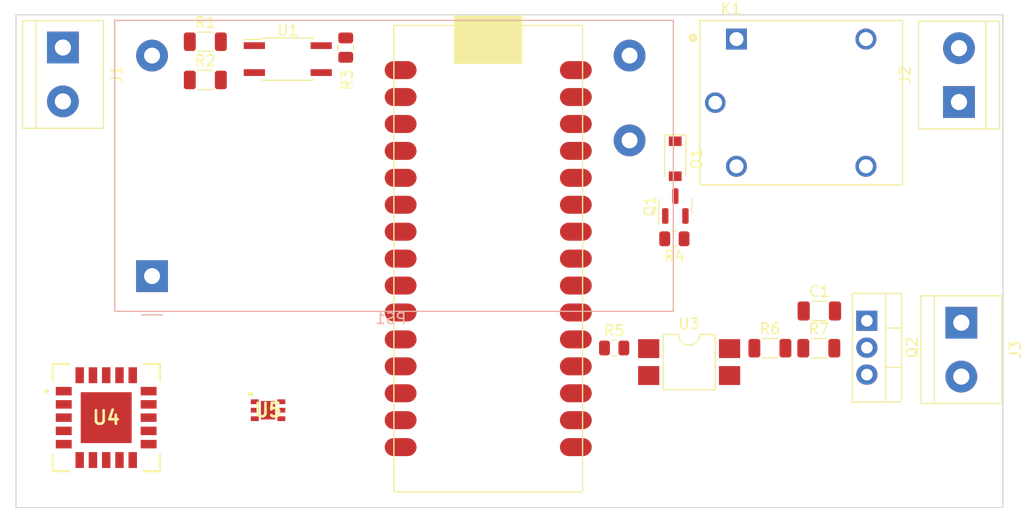
<source format=kicad_pcb>
(kicad_pcb (version 20211014) (generator pcbnew)
  (layers (0 "F.Cu" signal) (31 "B.Cu" signal) (34 "B.Paste" user) (35 "F.Paste" user) (36 "B.SilkS" user "B.Silkscreen") (37 "F.SilkS" user "F.Silkscreen") (38 "B.Mask" user) (39 "F.Mask" user) (44 "Edge.Cuts" user))
  (net 0 "")
  (net 1 "+5V")
  (net 2 "Net-(D1-Pad2)")
  (net 3 "NEUT")
  (net 4 "LINE")
  (net 5 "Net-(J2-Pad1)")
  (net 7 "GND")
  (net 8 "Net-(F1-Pad2)")
  (net 9 "Net-(Q1-Pad1)")
  (net 10 "Net-(R1-Pad2)")
  (net 11 "Net-(R2-Pad2)")
  (net 12 "/ZeroDetector")
  (net 13 "+3V3")
  (net 14 "/ControlSignal1")
  (net 23 "/SCL")
  (net 26 "/SDA")
  (net 38 "/RST")
  (net 41 "/ControlSignal2")
  (net 42 "Net-(C1-Pad1)")
  (net 43 "Net-(J3-Pad2)")
  (net 44 "Net-(Q2-Pad3)")
  (net 45 "Net-(R5-Pad2)")
  (net 46 "Net-(R6-Pad1)")
  (net 48 "Net-(U4-Pad20)")
  (footprint "Package_TO_SOT_THT:TO-220-3_Vertical" (layer "F.Cu") (at 147.68 78.36 -90)
    (fp_text reference "Q2" (at 2.54 -4.27 90) (layer "F.SilkS"))
    (fp_text value "BTA12-600B")
    (fp_line (start -2.58 -1.76) (end 7.66 -1.76) (layer "F.SilkS") (width 0.12))
    (fp_line (start 0.69 -3.27) (end 0.69 -1.76) (layer "F.SilkS") (width 0.12))
    (fp_line (start -2.58 -3.27) (end 7.66 -3.27) (layer "F.SilkS") (width 0.12))
    (fp_line (start -2.58 -3.27) (end -2.58 1.371) (layer "F.SilkS") (width 0.12))
    (fp_line (start 7.66 -3.27) (end 7.66 1.371) (layer "F.SilkS") (width 0.12))
    (fp_line (start 4.391 -3.27) (end 4.391 -1.76) (layer "F.SilkS") (width 0.12))
    (fp_line (start -2.58 1.371) (end 7.66 1.371) (layer "F.SilkS") (width 0.12))
    (pad "1" thru_hole rect locked (at 0 0 270) (size 1.905 2) (drill 1.1) (layers *.Cu *.Mask) (net 3 "NEUT"))
    (pad "2" thru_hole oval locked (at 2.54 0 270) (size 1.905 2) (drill 1.1) (layers *.Cu *.Mask) (net 43 "Net-(J3-Pad2)"))
    (pad "3" thru_hole oval locked (at 5.08 0 270) (size 1.905 2) (drill 1.1) (layers *.Cu *.Mask) (net 44 "Net-(Q2-Pad3)"))
  )
  (footprint "TerminalBlock:TerminalBlock_bornier-2_P5.08mm" (layer "F.Cu") (at 156.36 57.73 90)
    (fp_text reference "J2" (at 2.54 -5.08 90) (layer "F.SilkS"))
    (fp_text value "AC_OUT")
    (fp_line (start 7.62 2.54) (end -2.54 2.54) (layer "F.SilkS") (width 0.12))
    (fp_line (start 7.62 3.81) (end 7.62 -3.81) (layer "F.SilkS") (width 0.12))
    (fp_line (start -2.54 -3.81) (end -2.54 3.81) (layer "F.SilkS") (width 0.12))
    (fp_line (start -2.54 3.81) (end 7.62 3.81) (layer "F.SilkS") (width 0.12))
    (fp_line (start 7.62 -3.81) (end -2.54 -3.81) (layer "F.SilkS") (width 0.12))
    (pad "1" thru_hole rect locked (at 0 0 90) (size 3 3) (drill 1.52) (layers *.Cu *.Mask) (net 5 "Net-(J2-Pad1)"))
    (pad "2" thru_hole circle locked (at 5.08 0 90) (size 3 3) (drill 1.52) (layers *.Cu *.Mask) (net 3 "NEUT"))
  )
  (footprint "Resistor_SMD:R_1206_3216Metric" (layer "F.Cu") (at 85.34 52.04)
    (fp_text reference "R1" (at 0 -1.82) (layer "F.SilkS"))
    (fp_text value "15K")
    (fp_line (start -0.727064 0.91) (end 0.727064 0.91) (layer "F.SilkS") (width 0.12))
    (fp_line (start -0.727064 -0.91) (end 0.727064 -0.91) (layer "F.SilkS") (width 0.12))
    (pad "1" smd roundrect locked (at -1.4625 0) (size 1.125 1.75) (layers "F.Cu" "F.Paste" "F.Mask") (roundrect_rratio 0.222222) (net 4 "LINE"))
    (pad "2" smd roundrect locked (at 1.4625 0) (size 1.125 1.75) (layers "F.Cu" "F.Paste" "F.Mask") (roundrect_rratio 0.222222) (net 10 "Net-(R1-Pad2)"))
  )
  (footprint "Diode_SMD:D_SOD-123" (layer "F.Cu") (at 129.62 63.08 -90)
    (fp_text reference "D1" (at 0 -2 90) (layer "F.SilkS"))
    (fp_text value "MBR120")
    (fp_line (start -2.25 1) (end 1.65 1) (layer "F.SilkS") (width 0.12))
    (fp_line (start -2.25 -1) (end -2.25 1) (layer "F.SilkS") (width 0.12))
    (fp_line (start -2.25 -1) (end 1.65 -1) (layer "F.SilkS") (width 0.12))
    (pad "1" smd rect locked (at -1.65 0 270) (size 0.9 1.2) (layers "F.Cu" "F.Paste" "F.Mask") (net 1 "+5V"))
    (pad "2" smd rect locked (at 1.65 0 270) (size 0.9 1.2) (layers "F.Cu" "F.Paste" "F.Mask") (net 2 "Net-(D1-Pad2)"))
  )
  (footprint "hack-it-back:RELAY_SRD-05VDC-SL-C" (layer "F.Cu") (at 141.4925 57.79)
    (fp_text reference "K1" (at -6.62563 -8.83584) (layer "F.SilkS") (effects (font (size 1.000094 1.000094))))
    (fp_text value "SRD-05VDC-SL-C")
    (fp_line (start -9.55 7.75) (end -9.55 -7.75) (layer "F.SilkS") (width 0.127))
    (fp_line (start -9.55 -7.75) (end 9.55 -7.75) (layer "F.SilkS") (width 0.127))
    (fp_line (start 9.55 7.75) (end -9.55 7.75) (layer "F.SilkS") (width 0.127))
    (fp_line (start 9.55 -7.75) (end 9.55 7.75) (layer "F.SilkS") (width 0.127))
    (fp_circle (center -10.2 -6.119) (end -10.1 -6.119) (layer "F.SilkS") (width 0.3) (fill none))
    (pad "A1" thru_hole rect locked (at -6.1 -6) (size 1.98 1.98) (drill 1.32) (layers *.Cu *.Mask) (net 1 "+5V"))
    (pad "A2" thru_hole circle locked (at -6.1 6) (size 1.98 1.98) (drill 1.32) (layers *.Cu *.Mask) (net 2 "Net-(D1-Pad2)"))
    (pad "COM" thru_hole circle locked (at -8.1 0) (size 1.935 1.935) (drill 1.29) (layers *.Cu *.Mask) (net 5 "Net-(J2-Pad1)"))
    (pad "NC" thru_hole circle locked (at 6.1 -6) (size 1.98 1.98) (drill 1.32) (layers *.Cu *.Mask))
    (pad "NO" thru_hole circle locked (at 6.1 6) (size 1.98 1.98) (drill 1.32) (layers *.Cu *.Mask) (net 4 "LINE"))
  )
  (footprint "Resistor_SMD:R_1206_3216Metric" (layer "F.Cu") (at 143.15 80.95)
    (fp_text reference "R7" (at 0 -1.82) (layer "F.SilkS"))
    (fp_text value "2.4K")
    (fp_line (start -0.727064 -0.91) (end 0.727064 -0.91) (layer "F.SilkS") (width 0.12))
    (fp_line (start -0.727064 0.91) (end 0.727064 0.91) (layer "F.SilkS") (width 0.12))
    (pad "1" smd roundrect locked (at -1.4625 0) (size 1.125 1.75) (layers "F.Cu" "F.Paste" "F.Mask") (roundrect_rratio 0.222222) (net 42 "Net-(C1-Pad1)"))
    (pad "2" smd roundrect locked (at 1.4625 0) (size 1.125 1.75) (layers "F.Cu" "F.Paste" "F.Mask") (roundrect_rratio 0.222222) (net 43 "Net-(J3-Pad2)"))
  )
  (footprint "TerminalBlock:TerminalBlock_bornier-2_P5.08mm" (layer "F.Cu") (at 156.58 78.55 -90)
    (fp_text reference "J3" (at 2.54 -5.08 90) (layer "F.SilkS"))
    (fp_text value "AC_OUT")
    (fp_line (start 7.62 -3.81) (end -2.54 -3.81) (layer "F.SilkS") (width 0.12))
    (fp_line (start -2.54 -3.81) (end -2.54 3.81) (layer "F.SilkS") (width 0.12))
    (fp_line (start 7.62 3.81) (end 7.62 -3.81) (layer "F.SilkS") (width 0.12))
    (fp_line (start 7.62 2.54) (end -2.54 2.54) (layer "F.SilkS") (width 0.12))
    (fp_line (start -2.54 3.81) (end 7.62 3.81) (layer "F.SilkS") (width 0.12))
    (pad "1" thru_hole rect locked (at 0 0 270) (size 3 3) (drill 1.52) (layers *.Cu *.Mask) (net 4 "LINE"))
    (pad "2" thru_hole circle locked (at 5.08 0 270) (size 3 3) (drill 1.52) (layers *.Cu *.Mask) (net 43 "Net-(J3-Pad2)"))
  )
  (footprint "hack-it-back:SCD40DR2" (layer "F.Cu") (at 76 87.5)
    (fp_text reference "U4" (at 0 0) (layer "F.SilkS") (effects (font (size 1.27 1.27) (thickness 0.254))))
    (fp_text value "SCD40-D-R2" hide)
    (fp_line (start 5.05 -5.05) (end 5.05 -3.5) (layer "F.SilkS") (width 0.2))
    (fp_line (start 3.5 -5.05) (end 5.05 -5.05) (layer "F.SilkS") (width 0.2))
    (fp_line (start -5.05 5.05) (end -5.05 3.5) (layer "F.SilkS") (width 0.2))
    (fp_line (start 5.05 5.05) (end 5.05 3.5) (layer "F.SilkS") (width 0.2))
    (fp_line (start 3.5 5.05) (end 5.05 5.05) (layer "F.SilkS") (width 0.2))
    (fp_line (start -3.5 -5.05) (end -5.05 -5.05) (layer "F.SilkS") (width 0.2))
    (fp_line (start -5.6 -2.6) (end -5.6 -2.6) (layer "F.SilkS") (width 0.2))
    (fp_line (start -5.6 -2.4) (end -5.6 -2.4) (layer "F.SilkS") (width 0.2))
    (fp_line (start -3.5 5.05) (end -5.05 5.05) (layer "F.SilkS") (width 0.2))
    (fp_line (start -5.05 -5.05) (end -5.05 -3.5) (layer "F.SilkS") (width 0.2))
    (fp_arc (start -5.6 -2.6) (mid -5.5 -2.5) (end -5.6 -2.4) (layer "F.SilkS") (width 0.2))
    (fp_arc (start -5.6 -2.4) (mid -5.7 -2.5) (end -5.6 -2.6) (layer "F.SilkS") (width 0.2))
    (pad "1" smd rect locked (at -4 -2.5 90) (size 0.8 1.5) (layers "F.Cu" "F.Paste" "F.Mask"))
    (pad "2" smd rect locked (at -4 -1.25 90) (size 0.8 1.5) (layers "F.Cu" "F.Paste" "F.Mask"))
    (pad "3" smd rect locked (at -4 0 90) (size 0.8 1.5) (layers "F.Cu" "F.Paste" "F.Mask"))
    (pad "4" smd rect locked (at -4 1.25 90) (size 0.8 1.5) (layers "F.Cu" "F.Paste" "F.Mask"))
    (pad "5" smd rect locked (at -4 2.5 90) (size 0.8 1.5) (layers "F.Cu" "F.Paste" "F.Mask"))
    (pad "6" smd rect locked (at -2.5 4) (size 0.8 1.5) (layers "F.Cu" "F.Paste" "F.Mask") (net 48 "Net-(U4-Pad20)"))
    (pad "7" smd rect locked (at -1.25 4) (size 0.8 1.5) (layers "F.Cu" "F.Paste" "F.Mask"))
    (pad "8" smd rect locked (at 0 4) (size 0.8 1.5) (layers "F.Cu" "F.Paste" "F.Mask"))
    (pad "9" smd rect locked (at 1.25 4) (size 0.8 1.5) (layers "F.Cu" "F.Paste" "F.Mask"))
    (pad "10" smd rect locked (at 2.5 4) (size 0.8 1.5) (layers "F.Cu" "F.Paste" "F.Mask"))
    (pad "11" smd rect locked (at 4 2.5 90) (size 0.8 1.5) (layers "F.Cu" "F.Paste" "F.Mask"))
    (pad "12" smd rect locked (at 4 1.25 90) (size 0.8 1.5) (layers "F.Cu" "F.Paste" "F.Mask"))
    (pad "13" smd rect locked (at 4 0 90) (size 0.8 1.5) (layers "F.Cu" "F.Paste" "F.Mask"))
    (pad "14" smd rect locked (at 4 -1.25 90) (size 0.8 1.5) (layers "F.Cu" "F.Paste" "F.Mask"))
    (pad "15" smd rect locked (at 4 -2.5 90) (size 0.8 1.5) (layers "F.Cu" "F.Paste" "F.Mask"))
    (pad "16" smd rect locked (at 2.5 -4) (size 0.8 1.5) (layers "F.Cu" "F.Paste" "F.Mask"))
    (pad "17" smd rect locked (at 1.25 -4) (size 0.8 1.5) (layers "F.Cu" "F.Paste" "F.Mask"))
    (pad "18" smd rect locked (at 0 -4) (size 0.8 1.5) (layers "F.Cu" "F.Paste" "F.Mask"))
    (pad "19" smd rect locked (at -1.25 -4) (size 0.8 1.5) (layers "F.Cu" "F.Paste" "F.Mask"))
    (pad "20" smd rect locked (at -2.5 -4) (size 0.8 1.5) (layers "F.Cu" "F.Paste" "F.Mask") (net 48 "Net-(U4-Pad20)"))
    (pad "21" smd rect locked (at 0 0) (size 4.8 4.8) (layers "F.Cu" "F.Paste" "F.Mask") (net 48 "Net-(U4-Pad20)"))
  )
  (footprint "hack-it-back:SON80P244X244X95-7N" (layer "F.Cu") (at 91.25 86.8)
    (fp_text reference "U5" (at 0 0) (layer "F.SilkS") (effects (font (size 1.27 1.27) (thickness 0.254))))
    (fp_text value "SGP40-D-R4" hide)
    (fp_circle (center -1.625 -1.525) (end -1.625 -1.4) (layer "F.SilkS") (width 0.25) (fill none))
    (pad "1" smd rect locked (at -1.25 -0.8 90) (size 0.45 0.75) (layers "F.Cu" "F.Paste" "F.Mask"))
    (pad "2" smd rect locked (at -1.25 0 90) (size 0.45 0.75) (layers "F.Cu" "F.Paste" "F.Mask"))
    (pad "3" smd rect locked (at -1.25 0.8 90) (size 0.45 0.75) (layers "F.Cu" "F.Paste" "F.Mask"))
    (pad "4" smd rect locked (at 1.25 0.8 90) (size 0.45 0.75) (layers "F.Cu" "F.Paste" "F.Mask"))
    (pad "5" smd rect locked (at 1.25 0 90) (size 0.45 0.75) (layers "F.Cu" "F.Paste" "F.Mask"))
    (pad "6" smd rect locked (at 1.25 -0.8 90) (size 0.45 0.75) (layers "F.Cu" "F.Paste" "F.Mask"))
    (pad "7" smd rect locked (at 0 0) (size 1.35 1.74) (layers "F.Cu" "F.Paste" "F.Mask"))
  )
  (footprint "TerminalBlock:TerminalBlock_bornier-2_P5.08mm" (layer "F.Cu") (at 71.92 52.59 -90)
    (fp_text reference "J1" (at 2.54 -5.08 90) (layer "F.SilkS"))
    (fp_text value "AC_IN")
    (fp_line (start -2.54 -3.81) (end -2.54 3.81) (layer "F.SilkS") (width 0.12))
    (fp_line (start 7.62 3.81) (end 7.62 -3.81) (layer "F.SilkS") (width 0.12))
    (fp_line (start -2.54 3.81) (end 7.62 3.81) (layer "F.SilkS") (width 0.12))
    (fp_line (start 7.62 2.54) (end -2.54 2.54) (layer "F.SilkS") (width 0.12))
    (fp_line (start 7.62 -3.81) (end -2.54 -3.81) (layer "F.SilkS") (width 0.12))
    (pad "1" thru_hole rect locked (at 0 0 270) (size 3 3) (drill 1.52) (layers *.Cu *.Mask) (net 3 "NEUT"))
    (pad "2" thru_hole circle locked (at 5.08 0 270) (size 3 3) (drill 1.52) (layers *.Cu *.Mask) (net 4 "LINE"))
  )
  (footprint "Resistor_SMD:R_1206_3216Metric" (layer "F.Cu") (at 85.34 55.65)
    (fp_text reference "R2" (at 0 -1.82) (layer "F.SilkS"))
    (fp_text value "15K")
    (fp_line (start -0.727064 0.91) (end 0.727064 0.91) (layer "F.SilkS") (width 0.12))
    (fp_line (start -0.727064 -0.91) (end 0.727064 -0.91) (layer "F.SilkS") (width 0.12))
    (pad "1" smd roundrect locked (at -1.4625 0) (size 1.125 1.75) (layers "F.Cu" "F.Paste" "F.Mask") (roundrect_rratio 0.222222) (net 3 "NEUT"))
    (pad "2" smd roundrect locked (at 1.4625 0) (size 1.125 1.75) (layers "F.Cu" "F.Paste" "F.Mask") (roundrect_rratio 0.222222) (net 11 "Net-(R2-Pad2)"))
  )
  (footprint "Resistor_SMD:R_0805_2012Metric" (layer "F.Cu") (at 98.57 52.5975 90)
    (fp_text reference "R3" (at -3.0325 0.14 90) (layer "F.SilkS"))
    (fp_text value "10K")
    (fp_line (start -0.227064 -0.735) (end 0.227064 -0.735) (layer "F.SilkS") (width 0.12))
    (fp_line (start -0.227064 0.735) (end 0.227064 0.735) (layer "F.SilkS") (width 0.12))
    (pad "1" smd roundrect locked (at -0.9125 0 90) (size 1.025 1.4) (layers "F.Cu" "F.Paste" "F.Mask") (roundrect_rratio 0.243902) (net 12 "/ZeroDetector"))
    (pad "2" smd roundrect locked (at 0.9125 0 90) (size 1.025 1.4) (layers "F.Cu" "F.Paste" "F.Mask") (roundrect_rratio 0.243902) (net 13 "+3V3"))
  )
  (footprint "Package_SO:SO-4_4.4x3.6mm_P2.54mm" (layer "F.Cu") (at 93.11 53.68)
    (fp_text reference "U1" (at 0 -2.7) (layer "F.SilkS"))
    (fp_text value "LTV-354T")
    (fp_line (start 2.4 -2) (end 2.4 -1.85) (layer "F.SilkS") (width 0.12))
    (fp_line (start 2.4 2) (end -2.4 2) (layer "F.SilkS") (width 0.12))
    (fp_line (start -2.4 2) (end -2.4 1.85) (layer "F.SilkS") (width 0.12))
    (fp_line (start -2.4 -1.85) (end -2.4 -2) (layer "F.SilkS") (width 0.12))
    (fp_line (start 2.4 1.85) (end 2.4 2) (layer "F.SilkS") (width 0.12))
    (fp_line (start -2.4 -1.85) (end -4.1 -1.85) (layer "F.SilkS") (width 0.12))
    (fp_line (start -2.4 -2) (end 2.4 -2) (layer "F.SilkS") (width 0.12))
    (pad "1" smd rect locked (at -3.15 -1.27) (size 2 0.64) (layers "F.Cu" "F.Paste" "F.Mask") (net 10 "Net-(R1-Pad2)"))
    (pad "2" smd rect locked (at -3.15 1.27) (size 2 0.64) (layers "F.Cu" "F.Paste" "F.Mask") (net 11 "Net-(R2-Pad2)"))
    (pad "3" smd rect locked (at 3.15 1.27) (size 2 0.64) (layers "F.Cu" "F.Paste" "F.Mask") (net 7 "GND"))
    (pad "4" smd rect locked (at 3.15 -1.27) (size 2 0.64) (layers "F.Cu" "F.Paste" "F.Mask") (net 12 "/ZeroDetector"))
  )
  (footprint "Package_TO_SOT_SMD:SOT-23" (layer "F.Cu") (at 129.63 67.54 90)
    (fp_text reference "Q1" (at 0 -2.4 90) (layer "F.SilkS"))
    (fp_text value "MMBT2222ALT1G")
    (fp_line (start 0 1.56) (end 0.65 1.56) (layer "F.SilkS") (width 0.12))
    (fp_line (start 0 -1.56) (end 0.65 -1.56) (layer "F.SilkS") (width 0.12))
    (fp_line (start 0 1.56) (end -0.65 1.56) (layer "F.SilkS") (width 0.12))
    (fp_line (start 0 -1.56) (end -1.675 -1.56) (layer "F.SilkS") (width 0.12))
    (pad "1" smd roundrect locked (at -0.9375 -0.95 90) (size 1.475 0.6) (layers "F.Cu" "F.Paste" "F.Mask") (net 9 "Net-(Q1-Pad1)"))
    (pad "2" smd roundrect locked (at -0.9375 0.95 90) (size 1.475 0.6) (layers "F.Cu" "F.Paste" "F.Mask") (net 7 "GND"))
    (pad "3" smd roundrect locked (at 0.9375 0 90) (size 1.475 0.6) (layers "F.Cu" "F.Paste" "F.Mask") (net 2 "Net-(D1-Pad2)"))
  )
  (footprint "Resistor_SMD:R_0805_2012Metric" (layer "F.Cu") (at 123.8675 80.93)
    (fp_text reference "R5" (at 0 -1.65) (layer "F.SilkS"))
    (fp_text value "180")
    (fp_line (start -0.227064 -0.735) (end 0.227064 -0.735) (layer "F.SilkS") (width 0.12))
    (fp_line (start -0.227064 0.735) (end 0.227064 0.735) (layer "F.SilkS") (width 0.12))
    (pad "1" smd roundrect locked (at -0.9125 0) (size 1.025 1.4) (layers "F.Cu" "F.Paste" "F.Mask") (roundrect_rratio 0.243902) (net 41 "/ControlSignal2"))
    (pad "2" smd roundrect locked (at 0.9125 0) (size 1.025 1.4) (layers "F.Cu" "F.Paste" "F.Mask") (roundrect_rratio 0.243902) (net 45 "Net-(R5-Pad2)"))
  )
  (footprint "Package_DIP:SMDIP-4_W7.62mm" (layer "F.Cu") (at 130.93 82.26)
    (fp_text reference "U3" (at 0 -3.6) (layer "F.SilkS"))
    (fp_text value "FODM3022")
    (fp_line (start 2.45 2.6) (end 2.45 -2.6) (layer "F.SilkS") (width 0.12))
    (fp_line (start -2.45 2.6) (end 2.45 2.6) (layer "F.SilkS") (width 0.12))
    (fp_line (start -1 -2.6) (end -2.45 -2.6) (layer "F.SilkS") (width 0.12))
    (fp_line (start -2.45 -2.6) (end -2.45 2.6) (layer "F.SilkS") (width 0.12))
    (fp_line (start 2.45 -2.6) (end 1 -2.6) (layer "F.SilkS") (width 0.12))
    (fp_arc (start 1 -2.6) (mid 0 -1.6) (end -1 -2.6) (layer "F.SilkS") (width 0.12))
    (pad "1" smd rect locked (at -3.81 -1.27) (size 2 1.78) (layers "F.Cu" "F.Paste" "F.Mask") (net 45 "Net-(R5-Pad2)"))
    (pad "2" smd rect locked (at -3.81 1.27) (size 2 1.78) (layers "F.Cu" "F.Paste" "F.Mask") (net 7 "GND"))
    (pad "3" smd rect locked (at 3.81 1.27) (size 2 1.78) (layers "F.Cu" "F.Paste" "F.Mask") (net 44 "Net-(Q2-Pad3)"))
    (pad "4" smd rect locked (at 3.81 -1.27) (size 2 1.78) (layers "F.Cu" "F.Paste" "F.Mask") (net 46 "Net-(R6-Pad1)"))
  )
  (footprint "Resistor_SMD:R_1206_3216Metric" (layer "F.Cu") (at 138.54 80.95)
    (fp_text reference "R6" (at 0 -1.82) (layer "F.SilkS"))
    (fp_text value "180")
    (fp_line (start -0.727064 0.91) (end 0.727064 0.91) (layer "F.SilkS") (width 0.12))
    (fp_line (start -0.727064 -0.91) (end 0.727064 -0.91) (layer "F.SilkS") (width 0.12))
    (pad "1" smd roundrect locked (at -1.4625 0) (size 1.125 1.75) (layers "F.Cu" "F.Paste" "F.Mask") (roundrect_rratio 0.222222) (net 46 "Net-(R6-Pad1)"))
    (pad "2" smd roundrect locked (at 1.4625 0) (size 1.125 1.75) (layers "F.Cu" "F.Paste" "F.Mask") (roundrect_rratio 0.222222) (net 42 "Net-(C1-Pad1)"))
  )
  (footprint "Capacitor_SMD:C_1206_3216Metric" (layer "F.Cu") (at 143.2 77.44)
    (fp_text reference "C1" (at 0 -1.85) (layer "F.SilkS"))
    (fp_text value "0.1uF")
    (fp_line (start -0.711252 0.91) (end 0.711252 0.91) (layer "F.SilkS") (width 0.12))
    (fp_line (start -0.711252 -0.91) (end 0.711252 -0.91) (layer "F.SilkS") (width 0.12))
    (pad "1" smd roundrect locked (at -1.475 0) (size 1.15 1.8) (layers "F.Cu" "F.Paste" "F.Mask") (roundrect_rratio 0.217391) (net 42 "Net-(C1-Pad1)"))
    (pad "2" smd roundrect locked (at 1.475 0) (size 1.15 1.8) (layers "F.Cu" "F.Paste" "F.Mask") (roundrect_rratio 0.217391) (net 3 "NEUT"))
  )
  (footprint "hack-it-back:NANO_33_Footprint_SMD_Castell" (layer "F.Cu") (at 112 72.5 -90)
    (fp_text reference "U2")
    (fp_text value "Arduino-nano-BLE-33")
    (fp_line (start 22 8.89) (end 22 -8.89) (layer "F.SilkS") (width 0.12))
    (fp_line (start -22 8.89) (end -22 -8.89) (layer "F.SilkS") (width 0.12))
    (fp_line (start -22 8.89) (end 22 8.89) (layer "F.SilkS") (width 0.12))
    (fp_line (start -22 -8.89) (end 22 -8.89) (layer "F.SilkS") (width 0.12))
    (fp_poly (pts (xy -22.86 3.175) (xy -18.415 3.175) (xy -18.415 -3.175) (xy -22.86 -3.175)) (layer "F.SilkS") (width 0.1) (fill solid))
    (pad "1" smd oval (at -17.78 8.255) (size 3 1.7) (layers "F.Cu" "F.Mask"))
    (pad "2" smd oval (at -15.24 8.255) (size 3 1.7) (layers "F.Cu" "F.Mask") (net 13 "+3V3"))
    (pad "3" smd oval (at -12.7 8.255) (size 3 1.7) (layers "F.Cu" "F.Mask"))
    (pad "4" smd oval (at -10.16 8.255) (size 3 1.7) (layers "F.Cu" "F.Mask"))
    (pad "5" smd oval (at -7.62 8.255) (size 3 1.7) (layers "F.Cu" "F.Mask"))
    (pad "6" smd oval (at -5.08 8.255) (size 3 1.7) (layers "F.Cu" "F.Mask"))
    (pad "7" smd oval (at -2.54 8.255) (size 3 1.7) (layers "F.Cu" "F.Mask"))
    (pad "8" smd oval (at 0 8.255) (size 3 1.7) (layers "F.Cu" "F.Mask") (net 26 "/SDA"))
    (pad "9" smd oval (at 2.54 8.255) (size 3 1.7) (layers "F.Cu" "F.Mask") (net 23 "/SCL"))
    (pad "10" smd oval (at 5.08 8.255) (size 3 1.7) (layers "F.Cu" "F.Mask"))
    (pad "11" smd oval (at 7.62 8.255) (size 3 1.7) (layers "F.Cu" "F.Mask"))
    (pad "12" smd oval (at 10.16 8.255) (size 3 1.7) (layers "F.Cu" "F.Mask"))
    (pad "13" smd oval (at 12.7 8.255) (size 3 1.7) (layers "F.Cu" "F.Mask"))
    (pad "14" smd oval (at 15.24 8.255) (size 3 1.7) (layers "F.Cu" "F.Mask") (net 7 "GND"))
    (pad "15" smd oval (at 17.78 8.255) (size 3 1.7) (layers "F.Cu" "F.Mask") (net 1 "+5V"))
    (pad "16" smd oval (at 17.78 -8.255 180) (size 3 1.7) (layers "F.Cu" "F.Mask"))
    (pad "17" smd oval (at 15.24 -8.255 180) (size 3 1.7) (layers "F.Cu" "F.Mask"))
    (pad "18" smd oval (at 12.7 -8.255 180) (size 3 1.7) (layers "F.Cu" "F.Mask") (net 38 "/RST"))
    (pad "19" smd oval (at 10.16 -8.255 180) (size 3 1.7) (layers "F.Cu" "F.Mask") (net 7 "GND"))
    (pad "20" smd oval (at 7.62 -8.255 180) (size 3 1.7) (layers "F.Cu" "F.Mask"))
    (pad "21" smd oval (at 5.08 -8.255 180) (size 3 1.7) (layers "F.Cu" "F.Mask"))
    (pad "22" smd oval (at 2.54 -8.255 180) (size 3 1.7) (layers "F.Cu" "F.Mask"))
    (pad "23" smd oval (at 0 -8.255 180) (size 3 1.7) (layers "F.Cu" "F.Mask"))
    (pad "24" smd oval (at -2.54 -8.255 180) (size 3 1.7) (layers "F.Cu" "F.Mask"))
    (pad "25" smd oval (at -5.08 -8.255 180) (size 3 1.7) (layers "F.Cu" "F.Mask"))
    (pad "26" smd oval (at -7.62 -8.255 180) (size 3 1.7) (layers "F.Cu" "F.Mask"))
    (pad "27" smd oval (at -10.16 -8.255 180) (size 3 1.7) (layers "F.Cu" "F.Mask"))
    (pad "28" smd oval (at -12.7 -8.255 180) (size 3 1.7) (layers "F.Cu" "F.Mask"))
    (pad "29" smd oval (at -15.24 -8.255 180) (size 3 1.7) (layers "F.Cu" "F.Mask"))
    (pad "30" smd oval (at -17.78 -8.255 180) (size 3 1.7) (layers "F.Cu" "F.Mask"))
  )
  (footprint "Resistor_SMD:R_0805_2012Metric" (layer "F.Cu") (at 129.54 70.63 180)
    (fp_text reference "R4" (at 0 -1.65) (layer "F.SilkS"))
    (fp_text value "100")
    (fp_line (start -0.227064 -0.735) (end 0.227064 -0.735) (layer "F.SilkS") (width 0.12))
    (fp_line (start -0.227064 0.735) (end 0.227064 0.735) (layer "F.SilkS") (width 0.12))
    (pad "1" smd roundrect locked (at -0.9125 0 180) (size 1.025 1.4) (layers "F.Cu" "F.Paste" "F.Mask") (roundrect_rratio 0.243902) (net 14 "/ControlSignal1"))
    (pad "2" smd roundrect locked (at 0.9125 0 180) (size 1.025 1.4) (layers "F.Cu" "F.Paste" "F.Mask") (roundrect_rratio 0.243902) (net 9 "Net-(Q1-Pad1)"))
  )
  (footprint "Converter_ACDC:Converter_ACDC_MeanWell_IRM-20-xx_THT" (layer "B.Cu") (at 80.32 74.15)
    (fp_text reference "PS1" (at 22.5 4) (layer "B.SilkS") (effects (justify mirror)))
    (fp_text value "IRM-20-5")
    (fp_line (start -3.52 3.32) (end 49.12 3.32) (layer "B.SilkS") (width 0.12))
    (fp_line (start 1 3.65) (end -1 3.65) (layer "B.SilkS") (width 0.12))
    (fp_line (start 49.12 3.32) (end 49.12 -24.12) (layer "B.SilkS") (width 0.12))
    (fp_line (start -3.52 3.32) (end -3.52 -24.12) (layer "B.SilkS") (width 0.12))
    (fp_line (start -3.52 -24.12) (end 49.12 -24.12) (layer "B.SilkS") (width 0.12))
    (pad "1" thru_hole rect locked (at 0 0) (size 3 3) (drill 1.5) (layers *.Cu *.Mask) (net 8 "Net-(F1-Pad2)"))
    (pad "2" thru_hole circle locked (at 0 -20.8) (size 3 3) (drill 1.5) (layers *.Cu *.Mask) (net 3 "NEUT"))
    (pad "3" thru_hole circle locked (at 45 -20.8) (size 3 3) (drill 1.5) (layers *.Cu *.Mask) (net 7 "GND"))
    (pad "4" thru_hole circle locked (at 45 -12.8) (size 3 3) (drill 1.5) (layers *.Cu *.Mask) (net 1 "+5V"))
  )
  (gr_line (start 160.5 49.5) (end 160.5 96) (layer "Edge.Cuts") (width 0.1))
  (gr_line (start 160.5 96) (end 67.5 96) (layer "Edge.Cuts") (width 0.1))
  (gr_line (start 67.5 49.5) (end 160.5 49.5) (layer "Edge.Cuts") (width 0.1))
  (gr_line (start 67.5 96) (end 67.5 49.5) (layer "Edge.Cuts") (width 0.1))
)
</source>
